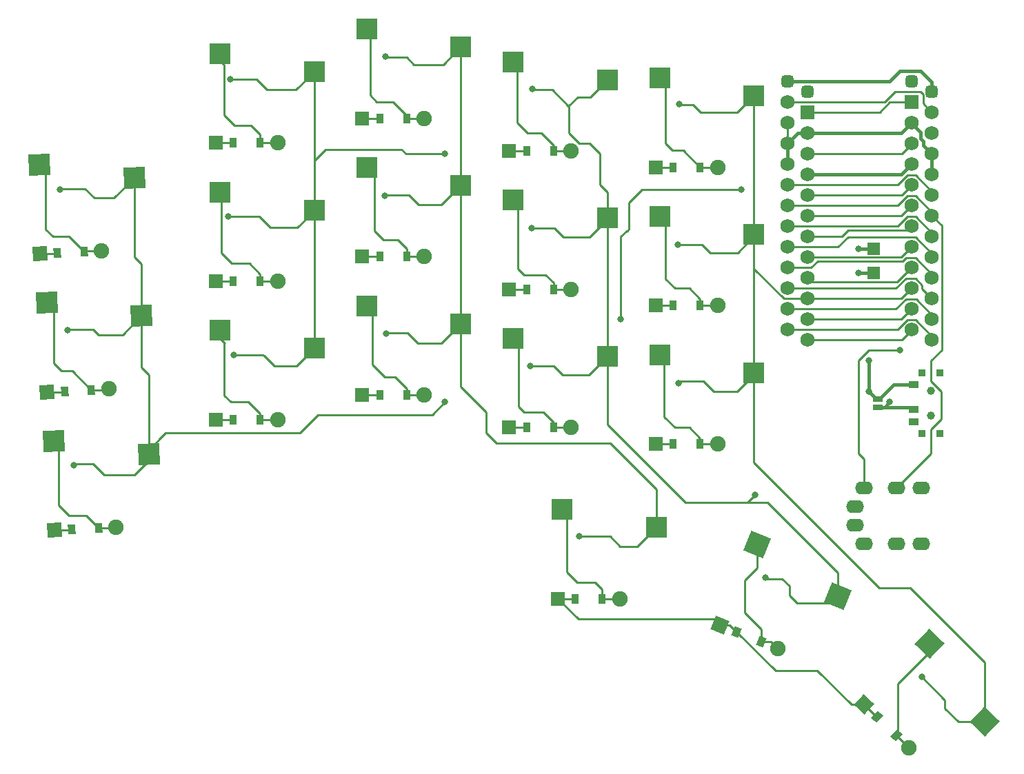
<source format=gbr>
%TF.GenerationSoftware,KiCad,Pcbnew,(6.0.4-0)*%
%TF.CreationDate,2022-05-03T20:10:54+08:00*%
%TF.ProjectId,board,626f6172-642e-46b6-9963-61645f706362,v1.0.0*%
%TF.SameCoordinates,Original*%
%TF.FileFunction,Copper,L2,Bot*%
%TF.FilePolarity,Positive*%
%FSLAX46Y46*%
G04 Gerber Fmt 4.6, Leading zero omitted, Abs format (unit mm)*
G04 Created by KiCad (PCBNEW (6.0.4-0)) date 2022-05-03 20:10:54*
%MOMM*%
%LPD*%
G01*
G04 APERTURE LIST*
G04 Aperture macros list*
%AMRoundRect*
0 Rectangle with rounded corners*
0 $1 Rounding radius*
0 $2 $3 $4 $5 $6 $7 $8 $9 X,Y pos of 4 corners*
0 Add a 4 corners polygon primitive as box body*
4,1,4,$2,$3,$4,$5,$6,$7,$8,$9,$2,$3,0*
0 Add four circle primitives for the rounded corners*
1,1,$1+$1,$2,$3*
1,1,$1+$1,$4,$5*
1,1,$1+$1,$6,$7*
1,1,$1+$1,$8,$9*
0 Add four rect primitives between the rounded corners*
20,1,$1+$1,$2,$3,$4,$5,0*
20,1,$1+$1,$4,$5,$6,$7,0*
20,1,$1+$1,$6,$7,$8,$9,0*
20,1,$1+$1,$8,$9,$2,$3,0*%
%AMRotRect*
0 Rectangle, with rotation*
0 The origin of the aperture is its center*
0 $1 length*
0 $2 width*
0 $3 Rotation angle, in degrees counterclockwise*
0 Add horizontal line*
21,1,$1,$2,0,0,$3*%
G04 Aperture macros list end*
%TA.AperFunction,WasherPad*%
%ADD10C,1.000000*%
%TD*%
%TA.AperFunction,ComponentPad*%
%ADD11C,1.905000*%
%TD*%
%TA.AperFunction,SMDPad,CuDef*%
%ADD12R,0.900000X1.200000*%
%TD*%
%TA.AperFunction,ComponentPad*%
%ADD13R,1.778000X1.778000*%
%TD*%
%TA.AperFunction,SMDPad,CuDef*%
%ADD14RotRect,0.900000X1.200000X338.000000*%
%TD*%
%TA.AperFunction,ComponentPad*%
%ADD15RotRect,1.778000X1.778000X338.000000*%
%TD*%
%TA.AperFunction,SMDPad,CuDef*%
%ADD16RotRect,2.600000X2.600000X3.000000*%
%TD*%
%TA.AperFunction,SMDPad,CuDef*%
%ADD17R,1.500000X1.500000*%
%TD*%
%TA.AperFunction,SMDPad,CuDef*%
%ADD18R,2.600000X2.600000*%
%TD*%
%TA.AperFunction,SMDPad,CuDef*%
%ADD19RotRect,0.900000X1.200000X316.000000*%
%TD*%
%TA.AperFunction,ComponentPad*%
%ADD20RotRect,1.778000X1.778000X316.000000*%
%TD*%
%TA.AperFunction,ComponentPad*%
%ADD21R,1.752600X1.752600*%
%TD*%
%TA.AperFunction,ComponentPad*%
%ADD22C,1.752600*%
%TD*%
%TA.AperFunction,ComponentPad*%
%ADD23RoundRect,0.375000X-0.375000X-0.375000X0.375000X-0.375000X0.375000X0.375000X-0.375000X0.375000X0*%
%TD*%
%TA.AperFunction,SMDPad,CuDef*%
%ADD24RotRect,0.900000X1.200000X3.000000*%
%TD*%
%TA.AperFunction,ComponentPad*%
%ADD25RotRect,1.778000X1.778000X3.000000*%
%TD*%
%TA.AperFunction,ComponentPad*%
%ADD26O,2.200000X1.600000*%
%TD*%
%TA.AperFunction,SMDPad,CuDef*%
%ADD27R,0.900000X0.900000*%
%TD*%
%TA.AperFunction,SMDPad,CuDef*%
%ADD28R,1.250000X0.900000*%
%TD*%
%TA.AperFunction,SMDPad,CuDef*%
%ADD29RotRect,2.600000X2.600000X338.000000*%
%TD*%
%TA.AperFunction,SMDPad,CuDef*%
%ADD30R,1.143000X0.635000*%
%TD*%
%TA.AperFunction,SMDPad,CuDef*%
%ADD31RotRect,2.600000X2.600000X316.000000*%
%TD*%
%TA.AperFunction,ViaPad*%
%ADD32C,0.800000*%
%TD*%
%TA.AperFunction,Conductor*%
%ADD33C,0.250000*%
%TD*%
%TA.AperFunction,Conductor*%
%ADD34C,0.400000*%
%TD*%
G04 APERTURE END LIST*
D10*
%TO.P,T1,*%
%TO.N,*%
X143470000Y-71030000D03*
X143470000Y-74030000D03*
%TD*%
D11*
%TO.P,D14,1*%
%TO.N,inner_home*%
X117280000Y-60530000D03*
D12*
%TO.N,P5*%
X111820000Y-60530000D03*
D13*
%TO.P,D14,2*%
X109660000Y-60530000D03*
D12*
%TO.N,inner_home*%
X115120000Y-60530000D03*
%TD*%
D11*
%TO.P,D17,1*%
%TO.N,home_thumb*%
X124645407Y-102650143D03*
D14*
%TO.N,P7*%
X119582984Y-100604791D03*
D15*
%TO.P,D17,2*%
X117580267Y-99795641D03*
D14*
%TO.N,home_thumb*%
X122642690Y-101840993D03*
%TD*%
D12*
%TO.P,D15,1*%
%TO.N,P4*%
X111820000Y-43530000D03*
D11*
%TO.N,inner_top*%
X117280000Y-43530000D03*
D12*
%TO.P,D15,2*%
X115120000Y-43530000D03*
D13*
%TO.N,P4*%
X109660000Y-43530000D03*
%TD*%
D16*
%TO.P,S1,1*%
%TO.N,pinky_bottom*%
X35788089Y-77175998D03*
%TO.P,S1,2*%
%TO.N,P20*%
X47437400Y-78768502D03*
%TD*%
D17*
%TO.P,PAD1,1*%
%TO.N,Braw*%
X136470000Y-56530000D03*
%TD*%
D18*
%TO.P,S11,1*%
%TO.N,index_home*%
X92195000Y-47580000D03*
%TO.P,S11,2*%
%TO.N,P15*%
X103745000Y-49780000D03*
%TD*%
D11*
%TO.P,D18,1*%
%TO.N,far_thumb*%
X140775704Y-114858933D03*
D19*
%TO.N,P7*%
X136848108Y-111066099D03*
%TO.P,D18,2*%
%TO.N,far_thumb*%
X139221930Y-113358471D03*
D20*
%TO.N,P7*%
X135294334Y-109565637D03*
%TD*%
D18*
%TO.P,S7,1*%
%TO.N,middle_bottom*%
X74195000Y-60580000D03*
%TO.P,S7,2*%
%TO.N,P18*%
X85745000Y-62780000D03*
%TD*%
%TO.P,S13,1*%
%TO.N,inner_bottom*%
X110195000Y-66580000D03*
%TO.P,S13,2*%
%TO.N,P14*%
X121745000Y-68780000D03*
%TD*%
D21*
%TO.P,MCU2,1*%
%TO.N,RAW*%
X128350000Y-36810000D03*
D22*
%TO.P,MCU2,2*%
%TO.N,GND*%
X128350000Y-39350000D03*
%TO.P,MCU2,3*%
%TO.N,RST*%
X128350000Y-41890000D03*
%TO.P,MCU2,4*%
%TO.N,VCC*%
X128350000Y-44430000D03*
%TO.P,MCU2,5*%
%TO.N,P21*%
X128350000Y-46970000D03*
%TO.P,MCU2,6*%
%TO.N,P20*%
X128350000Y-49510000D03*
%TO.P,MCU2,7*%
%TO.N,P19*%
X128350000Y-52050000D03*
%TO.P,MCU2,8*%
%TO.N,P18*%
X128350000Y-54590000D03*
%TO.P,MCU2,9*%
%TO.N,P15*%
X128350000Y-57130000D03*
%TO.P,MCU2,10*%
%TO.N,P14*%
X128350000Y-59670000D03*
%TO.P,MCU2,11*%
%TO.N,P16*%
X128350000Y-62210000D03*
%TO.P,MCU2,12*%
%TO.N,P10*%
X128350000Y-64750000D03*
%TO.P,MCU2,13*%
%TO.N,P1*%
X143590000Y-36810000D03*
%TO.P,MCU2,14*%
%TO.N,VCC*%
X143590000Y-39350000D03*
%TO.P,MCU2,15*%
%TO.N,GND*%
X143590000Y-41890000D03*
%TO.P,MCU2,16*%
X143590000Y-44430000D03*
%TO.P,MCU2,17*%
%TO.N,P2*%
X143590000Y-46970000D03*
%TO.P,MCU2,18*%
%TO.N,P3*%
X143590000Y-49510000D03*
%TO.P,MCU2,19*%
%TO.N,P4*%
X143590000Y-52050000D03*
%TO.P,MCU2,20*%
%TO.N,P5*%
X143590000Y-54590000D03*
%TO.P,MCU2,21*%
%TO.N,P6*%
X143590000Y-57130000D03*
%TO.P,MCU2,22*%
%TO.N,P7*%
X143590000Y-59670000D03*
%TO.P,MCU2,23*%
%TO.N,P8*%
X143590000Y-62210000D03*
%TO.P,MCU2,24*%
%TO.N,P9*%
X143590000Y-64750000D03*
D23*
%TO.P,MCU2,25*%
%TO.N,Bminus*%
X143590000Y-34270000D03*
%TO.N,Bplus*%
X128350000Y-34270000D03*
%TD*%
D24*
%TO.P,D1,1*%
%TO.N,P6*%
X37980615Y-88025945D03*
D11*
%TO.N,pinky_bottom*%
X43433133Y-87740191D03*
D25*
%TO.P,D1,2*%
%TO.N,P6*%
X35823575Y-88138991D03*
D24*
%TO.N,pinky_bottom*%
X41276093Y-87853237D03*
%TD*%
D18*
%TO.P,S8,1*%
%TO.N,middle_home*%
X74195000Y-43580000D03*
%TO.P,S8,2*%
%TO.N,P18*%
X85745000Y-45780000D03*
%TD*%
%TO.P,S10,1*%
%TO.N,index_bottom*%
X92195000Y-64580000D03*
%TO.P,S10,2*%
%TO.N,P15*%
X103745000Y-66780000D03*
%TD*%
D11*
%TO.P,D16,1*%
%TO.N,near_thumb*%
X105280000Y-96530000D03*
D12*
%TO.N,P7*%
X99820000Y-96530000D03*
D13*
%TO.P,D16,2*%
X97660000Y-96530000D03*
D12*
%TO.N,near_thumb*%
X103120000Y-96530000D03*
%TD*%
D18*
%TO.P,S6,1*%
%TO.N,ring_top*%
X56195000Y-29580000D03*
%TO.P,S6,2*%
%TO.N,P19*%
X67745000Y-31780000D03*
%TD*%
D24*
%TO.P,D3,1*%
%TO.N,P4*%
X36201192Y-54072540D03*
D11*
%TO.N,pinky_top*%
X41653710Y-53786786D03*
D25*
%TO.P,D3,2*%
%TO.N,P4*%
X34044152Y-54185586D03*
D24*
%TO.N,pinky_top*%
X39496670Y-53899832D03*
%TD*%
D18*
%TO.P,S9,1*%
%TO.N,middle_top*%
X74195000Y-26580000D03*
%TO.P,S9,2*%
%TO.N,P18*%
X85745000Y-28780000D03*
%TD*%
%TO.P,S15,1*%
%TO.N,inner_top*%
X110195000Y-32580000D03*
%TO.P,S15,2*%
%TO.N,P14*%
X121745000Y-34780000D03*
%TD*%
D12*
%TO.P,D6,1*%
%TO.N,P4*%
X57820000Y-40530000D03*
D11*
%TO.N,ring_top*%
X63280000Y-40530000D03*
D12*
%TO.P,D6,2*%
X61120000Y-40530000D03*
D13*
%TO.N,P4*%
X55660000Y-40530000D03*
%TD*%
D18*
%TO.P,S5,1*%
%TO.N,ring_home*%
X56195000Y-46580000D03*
%TO.P,S5,2*%
%TO.N,P19*%
X67745000Y-48780000D03*
%TD*%
D11*
%TO.P,D9,1*%
%TO.N,middle_top*%
X81280000Y-37530000D03*
D12*
%TO.N,P4*%
X75820000Y-37530000D03*
%TO.P,D9,2*%
%TO.N,middle_top*%
X79120000Y-37530000D03*
D13*
%TO.N,P4*%
X73660000Y-37530000D03*
%TD*%
D24*
%TO.P,D2,1*%
%TO.N,P5*%
X37090904Y-71049243D03*
D11*
%TO.N,pinky_home*%
X42543422Y-70763489D03*
D24*
%TO.P,D2,2*%
X40386382Y-70876535D03*
D25*
%TO.N,P5*%
X34933864Y-71162289D03*
%TD*%
D23*
%TO.P,MCU1,25*%
%TO.N,Bplus*%
X141090000Y-33020000D03*
%TO.N,Bminus*%
X125850000Y-33020000D03*
D22*
%TO.P,MCU1,24*%
%TO.N,P9*%
X125850000Y-63500000D03*
%TO.P,MCU1,23*%
%TO.N,P8*%
X125850000Y-60960000D03*
%TO.P,MCU1,22*%
%TO.N,P7*%
X125850000Y-58420000D03*
%TO.P,MCU1,21*%
%TO.N,P6*%
X125850000Y-55880000D03*
%TO.P,MCU1,20*%
%TO.N,P5*%
X125850000Y-53340000D03*
%TO.P,MCU1,19*%
%TO.N,P4*%
X125850000Y-50800000D03*
%TO.P,MCU1,18*%
%TO.N,P3*%
X125850000Y-48260000D03*
%TO.P,MCU1,17*%
%TO.N,P2*%
X125850000Y-45720000D03*
%TO.P,MCU1,16*%
%TO.N,GND*%
X125850000Y-43180000D03*
%TO.P,MCU1,15*%
X125850000Y-40640000D03*
%TO.P,MCU1,14*%
X125850000Y-38100000D03*
%TO.P,MCU1,13*%
%TO.N,P1*%
X125850000Y-35560000D03*
%TO.P,MCU1,12*%
%TO.N,P10*%
X141090000Y-63500000D03*
%TO.P,MCU1,11*%
%TO.N,P16*%
X141090000Y-60960000D03*
%TO.P,MCU1,10*%
%TO.N,P14*%
X141090000Y-58420000D03*
%TO.P,MCU1,9*%
%TO.N,P15*%
X141090000Y-55880000D03*
%TO.P,MCU1,8*%
%TO.N,P18*%
X141090000Y-53340000D03*
%TO.P,MCU1,7*%
%TO.N,P19*%
X141090000Y-50800000D03*
%TO.P,MCU1,6*%
%TO.N,P20*%
X141090000Y-48260000D03*
%TO.P,MCU1,5*%
%TO.N,P21*%
X141090000Y-45720000D03*
%TO.P,MCU1,4*%
%TO.N,VCC*%
X141090000Y-43180000D03*
%TO.P,MCU1,3*%
%TO.N,RST*%
X141090000Y-40640000D03*
%TO.P,MCU1,2*%
%TO.N,GND*%
X141090000Y-38100000D03*
D21*
%TO.P,MCU1,1*%
%TO.N,RAW*%
X141090000Y-35560000D03*
%TD*%
D16*
%TO.P,S2,1*%
%TO.N,pinky_home*%
X34895052Y-60199296D03*
%TO.P,S2,2*%
%TO.N,P20*%
X46544363Y-61791800D03*
%TD*%
D26*
%TO.P,TRRS1,1*%
%TO.N,VCC*%
X134170000Y-87530000D03*
X134170000Y-85230000D03*
%TO.P,TRRS1,2*%
%TO.N,P2*%
X135270000Y-82930000D03*
X135270000Y-89830000D03*
%TO.P,TRRS1,3*%
%TO.N,P3*%
X139270000Y-89830000D03*
X139270000Y-82930000D03*
%TO.P,TRRS1,4*%
%TO.N,GND*%
X142270000Y-89830000D03*
X142270000Y-82930000D03*
%TD*%
D27*
%TO.P,T2,*%
%TO.N,*%
X144570000Y-76230000D03*
X144570000Y-68830000D03*
D10*
X143470000Y-74030000D03*
X143470000Y-71030000D03*
D27*
X142370000Y-68830000D03*
X142370000Y-76230000D03*
D28*
%TO.P,T2,1*%
%TO.N,Braw*%
X141395000Y-70280000D03*
%TO.P,T2,2*%
%TO.N,Bplus*%
X141395000Y-73280000D03*
%TO.P,T2,3*%
%TO.N,N/C*%
X141395000Y-74780000D03*
%TD*%
D18*
%TO.P,S16,1*%
%TO.N,near_thumb*%
X98195000Y-85580000D03*
%TO.P,S16,2*%
%TO.N,P18*%
X109745000Y-87780000D03*
%TD*%
D16*
%TO.P,S3,1*%
%TO.N,pinky_top*%
X34005341Y-43222594D03*
%TO.P,S3,2*%
%TO.N,P20*%
X45654652Y-44815098D03*
%TD*%
D29*
%TO.P,S17,1*%
%TO.N,home_thumb*%
X122178252Y-89843392D03*
%TO.P,S17,2*%
%TO.N,P15*%
X132063091Y-96209903D03*
%TD*%
D12*
%TO.P,D12,1*%
%TO.N,P4*%
X93820000Y-41530000D03*
D11*
%TO.N,index_top*%
X99280000Y-41530000D03*
D13*
%TO.P,D12,2*%
%TO.N,P4*%
X91660000Y-41530000D03*
D12*
%TO.N,index_top*%
X97120000Y-41530000D03*
%TD*%
%TO.P,D8,1*%
%TO.N,P5*%
X75820000Y-54530000D03*
D11*
%TO.N,middle_home*%
X81280000Y-54530000D03*
D13*
%TO.P,D8,2*%
%TO.N,P5*%
X73660000Y-54530000D03*
D12*
%TO.N,middle_home*%
X79120000Y-54530000D03*
%TD*%
D11*
%TO.P,D13,1*%
%TO.N,inner_bottom*%
X117280000Y-77530000D03*
D12*
%TO.N,P6*%
X111820000Y-77530000D03*
D13*
%TO.P,D13,2*%
X109660000Y-77530000D03*
D12*
%TO.N,inner_bottom*%
X115120000Y-77530000D03*
%TD*%
D18*
%TO.P,S4,1*%
%TO.N,ring_bottom*%
X56195000Y-63580000D03*
%TO.P,S4,2*%
%TO.N,P19*%
X67745000Y-65780000D03*
%TD*%
D12*
%TO.P,D10,1*%
%TO.N,P6*%
X93820000Y-75530000D03*
D11*
%TO.N,index_bottom*%
X99280000Y-75530000D03*
D12*
%TO.P,D10,2*%
X97120000Y-75530000D03*
D13*
%TO.N,P6*%
X91660000Y-75530000D03*
%TD*%
D12*
%TO.P,D5,1*%
%TO.N,P5*%
X57820000Y-57530000D03*
D11*
%TO.N,ring_home*%
X63280000Y-57530000D03*
D13*
%TO.P,D5,2*%
%TO.N,P5*%
X55660000Y-57530000D03*
D12*
%TO.N,ring_home*%
X61120000Y-57530000D03*
%TD*%
%TO.P,D7,1*%
%TO.N,P6*%
X75820000Y-71530000D03*
D11*
%TO.N,middle_bottom*%
X81280000Y-71530000D03*
D13*
%TO.P,D7,2*%
%TO.N,P6*%
X73660000Y-71530000D03*
D12*
%TO.N,middle_bottom*%
X79120000Y-71530000D03*
%TD*%
D18*
%TO.P,S14,1*%
%TO.N,inner_home*%
X110195000Y-49580000D03*
%TO.P,S14,2*%
%TO.N,P14*%
X121745000Y-51780000D03*
%TD*%
D11*
%TO.P,D11,1*%
%TO.N,index_home*%
X99280000Y-58530000D03*
D12*
%TO.N,P5*%
X93820000Y-58530000D03*
D13*
%TO.P,D11,2*%
X91660000Y-58530000D03*
D12*
%TO.N,index_home*%
X97120000Y-58530000D03*
%TD*%
D30*
%TO.P,J1,1*%
%TO.N,Braw*%
X136970000Y-72029620D03*
%TO.P,J1,2*%
%TO.N,Bplus*%
X136970000Y-73030380D03*
%TD*%
D31*
%TO.P,S18,1*%
%TO.N,far_thumb*%
X143285690Y-102060508D03*
%TO.P,S18,2*%
%TO.N,P14*%
X150065817Y-111666360D03*
%TD*%
D17*
%TO.P,PAD2,1*%
%TO.N,Bminus*%
X136470000Y-53530000D03*
%TD*%
D18*
%TO.P,S12,1*%
%TO.N,index_top*%
X92195000Y-30580000D03*
%TO.P,S12,2*%
%TO.N,P15*%
X103745000Y-32780000D03*
%TD*%
D11*
%TO.P,D4,1*%
%TO.N,ring_bottom*%
X63280000Y-74530000D03*
D12*
%TO.N,P6*%
X57820000Y-74530000D03*
%TO.P,D4,2*%
%TO.N,ring_bottom*%
X61120000Y-74530000D03*
D13*
%TO.N,P6*%
X55660000Y-74530000D03*
%TD*%
D32*
%TO.N,P20*%
X38220967Y-80147570D03*
X37439704Y-63514213D03*
X120185273Y-46265500D03*
X105410000Y-62230000D03*
X36573179Y-46311134D03*
X83820000Y-72390000D03*
%TO.N,P19*%
X57490079Y-32706238D03*
X57198805Y-49570969D03*
X83820000Y-41910000D03*
X57862180Y-66609162D03*
%TO.N,P18*%
X76539361Y-29968268D03*
X76433349Y-47050229D03*
X76591480Y-63943568D03*
X100330000Y-88900000D03*
%TO.N,P15*%
X94255877Y-67943595D03*
X123190000Y-93980000D03*
X94471973Y-51016095D03*
X94510931Y-33958714D03*
X121920000Y-83820000D03*
%TO.N,P14*%
X142353733Y-106165158D03*
X112547071Y-35810884D03*
X112424247Y-53037123D03*
X112453913Y-70049619D03*
%TO.N,P2*%
X139700000Y-66040000D03*
%TO.N,Bplus*%
X138430000Y-72390000D03*
%TO.N,Bminus*%
X134620000Y-53532601D03*
%TO.N,Braw*%
X135890000Y-67310000D03*
X134593053Y-56526721D03*
X135890000Y-71120000D03*
%TD*%
D33*
%TO.N,GND*%
X125850000Y-38100000D02*
X125850000Y-40640000D01*
D34*
X142240000Y-39985730D02*
X142240000Y-39250000D01*
X142240000Y-39250000D02*
X141090000Y-38100000D01*
X142582201Y-40327931D02*
X142240000Y-39985730D01*
X142582201Y-40882201D02*
X142582201Y-40327931D01*
X143590000Y-41890000D02*
X142582201Y-40882201D01*
%TO.N,Bminus*%
X134622601Y-53530000D02*
X136470000Y-53530000D01*
X134620000Y-53532601D02*
X134622601Y-53530000D01*
D33*
%TO.N,pinky_bottom*%
X43320087Y-87853237D02*
X43433133Y-87740191D01*
X37611203Y-86360000D02*
X39782856Y-86360000D01*
X41276093Y-87853237D02*
X43320087Y-87853237D01*
X36341203Y-77732438D02*
X36341203Y-85090000D01*
X39782856Y-86360000D02*
X41276093Y-87853237D01*
X36341203Y-85090000D02*
X37611203Y-86360000D01*
X35784763Y-77175998D02*
X36341203Y-77732438D01*
%TO.N,P20*%
X40757909Y-47329841D02*
X43139909Y-47329841D01*
X37439704Y-63514213D02*
X37453917Y-63500000D01*
X40640000Y-63500000D02*
X41269321Y-64129321D01*
X45711602Y-81288398D02*
X47434074Y-79565926D01*
X45654652Y-44815098D02*
X45654652Y-54544652D01*
X47437400Y-78269559D02*
X48929748Y-76777211D01*
X41918398Y-81288398D02*
X45711602Y-81288398D01*
X106418398Y-51119050D02*
X106418398Y-47846596D01*
X68177272Y-73992040D02*
X82217960Y-73992040D01*
X48929748Y-76777211D02*
X49506959Y-76200000D01*
X47434074Y-69024074D02*
X46544363Y-68134363D01*
X105410000Y-52070000D02*
X106135264Y-51344736D01*
X36700483Y-46183830D02*
X39611898Y-46183830D01*
X46544363Y-55434363D02*
X46544363Y-61791800D01*
X105410000Y-62230000D02*
X105410000Y-52070000D01*
X36573179Y-46311134D02*
X36700483Y-46183830D01*
X82217960Y-73992040D02*
X83820000Y-72390000D01*
X118605468Y-46266790D02*
X120183983Y-46266790D01*
X47434074Y-79565926D02*
X47434074Y-69024074D01*
X106135264Y-51344736D02*
X106192712Y-51344736D01*
X47437400Y-78768502D02*
X47437400Y-78269559D01*
X106192712Y-51344736D02*
X106418398Y-51119050D01*
X44206842Y-64129321D02*
X46544363Y-61791800D01*
X37453917Y-63500000D02*
X40640000Y-63500000D01*
X139840000Y-49510000D02*
X141090000Y-48260000D01*
X65969312Y-76200000D02*
X68177272Y-73992040D01*
X106418398Y-47846596D02*
X107998204Y-46266790D01*
X128350000Y-49510000D02*
X139840000Y-49510000D01*
X40640000Y-80010000D02*
X41918398Y-81288398D01*
X43139909Y-47329841D02*
X45654652Y-44815098D01*
X107998204Y-46266790D02*
X118605468Y-46266790D01*
X64770000Y-76200000D02*
X65969312Y-76200000D01*
X49506959Y-76200000D02*
X64770000Y-76200000D01*
X39611898Y-46183830D02*
X40757909Y-47329841D01*
X45654652Y-54544652D02*
X46544363Y-55434363D01*
X38220967Y-80147570D02*
X38358537Y-80010000D01*
X120183983Y-46266790D02*
X120185273Y-46265500D01*
X41269321Y-64129321D02*
X44206842Y-64129321D01*
X38358537Y-80010000D02*
X40640000Y-80010000D01*
X46544363Y-68134363D02*
X46544363Y-61791800D01*
%TO.N,P6*%
X73660000Y-71530000D02*
X75820000Y-71530000D01*
X109660000Y-77530000D02*
X111820000Y-77530000D01*
X143590000Y-56681796D02*
X141570947Y-54662743D01*
X129550811Y-55087393D02*
X128758204Y-55880000D01*
X141570947Y-54662743D02*
X140402974Y-54662743D01*
X143590000Y-57130000D02*
X143590000Y-56681796D01*
X140402974Y-54662743D02*
X139978324Y-55087393D01*
X37867569Y-88138991D02*
X37980615Y-88025945D01*
X35823575Y-88138991D02*
X37867569Y-88138991D01*
X55660000Y-74530000D02*
X57820000Y-74530000D01*
X139978324Y-55087393D02*
X129550811Y-55087393D01*
X91660000Y-75530000D02*
X93820000Y-75530000D01*
X128758204Y-55880000D02*
X125850000Y-55880000D01*
%TO.N,pinky_home*%
X35801040Y-67635394D02*
X36700609Y-68534963D01*
X42430376Y-70876535D02*
X42543422Y-70763489D01*
X38044810Y-68534963D02*
X40386382Y-70876535D01*
X34895052Y-60199296D02*
X35801040Y-61105284D01*
X35801040Y-61105284D02*
X35801040Y-67635394D01*
X36700609Y-68534963D02*
X38044810Y-68534963D01*
X40386382Y-70876535D02*
X42430376Y-70876535D01*
%TO.N,P5*%
X73660000Y-54530000D02*
X75820000Y-54530000D01*
X109660000Y-60530000D02*
X111820000Y-60530000D01*
X132080000Y-53340000D02*
X125850000Y-53340000D01*
X34933864Y-71162289D02*
X36977858Y-71162289D01*
X141587393Y-52139189D02*
X133280811Y-52139189D01*
X133280811Y-52139189D02*
X132080000Y-53340000D01*
X143590000Y-54590000D02*
X143590000Y-54141796D01*
X91660000Y-58530000D02*
X93820000Y-58530000D01*
X36977858Y-71162289D02*
X37090904Y-71049243D01*
X55660000Y-57530000D02*
X57820000Y-57530000D01*
X143590000Y-54141796D02*
X141587393Y-52139189D01*
%TO.N,pinky_top*%
X34789156Y-51204454D02*
X34789156Y-44006409D01*
X35654702Y-52070000D02*
X34789156Y-51204454D01*
X39496670Y-53899832D02*
X37666838Y-52070000D01*
X39609716Y-53786786D02*
X39496670Y-53899832D01*
X41653710Y-53786786D02*
X39609716Y-53786786D01*
X34789156Y-44006409D02*
X34005341Y-43222594D01*
X37666838Y-52070000D02*
X35654702Y-52070000D01*
%TO.N,P4*%
X91660000Y-41530000D02*
X93820000Y-41530000D01*
X55660000Y-40530000D02*
X57820000Y-40530000D01*
X139391796Y-50800000D02*
X125850000Y-50800000D01*
X109660000Y-43530000D02*
X111820000Y-43530000D01*
X34044152Y-54185586D02*
X36088146Y-54185586D01*
X140592607Y-49599189D02*
X139391796Y-50800000D01*
X143590000Y-51601796D02*
X141587393Y-49599189D01*
X36088146Y-54185586D02*
X36201192Y-54072540D01*
X73660000Y-37530000D02*
X75820000Y-37530000D01*
X141587393Y-49599189D02*
X140592607Y-49599189D01*
X143590000Y-52050000D02*
X143590000Y-51601796D01*
%TO.N,ring_bottom*%
X61120000Y-74530000D02*
X63280000Y-74530000D01*
X56728517Y-65180551D02*
X56728517Y-71554678D01*
X56195000Y-63580000D02*
X56195000Y-64590874D01*
X59690000Y-72390000D02*
X61120000Y-73820000D01*
X61120000Y-73820000D02*
X61120000Y-74530000D01*
X56756597Y-65152471D02*
X56728517Y-65180551D01*
X57563839Y-72390000D02*
X59690000Y-72390000D01*
X56195000Y-64590874D02*
X56756597Y-65152471D01*
X56728517Y-71554678D02*
X57563839Y-72390000D01*
%TO.N,P19*%
X61951024Y-34011024D02*
X65513976Y-34011024D01*
X57876592Y-66623574D02*
X61505904Y-66623574D01*
X57525639Y-32741798D02*
X60681798Y-32741798D01*
X65513976Y-34011024D02*
X67745000Y-31780000D01*
X78422038Y-41329581D02*
X69160419Y-41329581D01*
X57490079Y-32706238D02*
X57525639Y-32741798D01*
X62382329Y-50952329D02*
X65661538Y-50952329D01*
X65661538Y-50952329D02*
X67745000Y-48868867D01*
X62857737Y-67925339D02*
X65599661Y-67925339D01*
X128350000Y-52050000D02*
X132549520Y-52050000D01*
X60681798Y-32741798D02*
X61951024Y-34011024D01*
X67745000Y-48780000D02*
X67745000Y-65780000D01*
X67745000Y-48868867D02*
X67745000Y-48780000D01*
X133350000Y-51249520D02*
X140640480Y-51249520D01*
X140640480Y-51249520D02*
X141090000Y-50800000D01*
X61606040Y-66673642D02*
X62857737Y-67925339D01*
X79002457Y-41910000D02*
X78422038Y-41329581D01*
X61505904Y-66623574D02*
X61555972Y-66673642D01*
X61000969Y-49570969D02*
X62382329Y-50952329D01*
X69160419Y-41329581D02*
X67745000Y-42745000D01*
X132549520Y-52050000D02*
X133350000Y-51249520D01*
X57198805Y-49570969D02*
X61000969Y-49570969D01*
X67745000Y-48780000D02*
X67745000Y-42745000D01*
X83820000Y-41910000D02*
X79002457Y-41910000D01*
X67745000Y-42745000D02*
X67745000Y-31780000D01*
X65599661Y-67925339D02*
X67745000Y-65780000D01*
X57862180Y-66609162D02*
X57876592Y-66623574D01*
X61555972Y-66673642D02*
X61606040Y-66673642D01*
%TO.N,ring_home*%
X56195000Y-46580000D02*
X56344521Y-46729521D01*
X61120000Y-57530000D02*
X63280000Y-57530000D01*
X56344521Y-46729521D02*
X56344521Y-54090898D01*
X57591633Y-55338010D02*
X59788606Y-55338010D01*
X61120000Y-56669404D02*
X61120000Y-57530000D01*
X56344521Y-54090898D02*
X57591633Y-55338010D01*
X59788606Y-55338010D02*
X61120000Y-56669404D01*
%TO.N,ring_top*%
X56195000Y-29580000D02*
X56195000Y-30463387D01*
X56653118Y-37098845D02*
X57949508Y-38395235D01*
X59985235Y-38395235D02*
X61120000Y-39530000D01*
X57949508Y-38395235D02*
X59985235Y-38395235D01*
X56195000Y-30463387D02*
X56653118Y-30921505D01*
X56653118Y-30921505D02*
X56653118Y-37098845D01*
X61120000Y-40530000D02*
X63280000Y-40530000D01*
X61120000Y-39530000D02*
X61120000Y-40530000D01*
%TO.N,middle_bottom*%
X77652815Y-69297595D02*
X79120000Y-70764780D01*
X74195000Y-60580000D02*
X74853826Y-61238826D01*
X74853826Y-61238826D02*
X74853826Y-67745981D01*
X79120000Y-71530000D02*
X81280000Y-71530000D01*
X76405440Y-69297595D02*
X77652815Y-69297595D01*
X79120000Y-70764780D02*
X79120000Y-71530000D01*
X74853826Y-67745981D02*
X76405440Y-69297595D01*
%TO.N,P18*%
X83395466Y-65129534D02*
X85745000Y-62780000D01*
X90170000Y-77470000D02*
X104140000Y-77470000D01*
X79096803Y-30046999D02*
X79993697Y-30943893D01*
X88900000Y-76200000D02*
X90170000Y-77470000D01*
X88900000Y-73660000D02*
X88900000Y-76200000D01*
X128364511Y-54604511D02*
X139825489Y-54604511D01*
X83581107Y-30943893D02*
X85745000Y-28780000D01*
X109745000Y-83075000D02*
X109745000Y-87780000D01*
X83371944Y-48153056D02*
X85745000Y-45780000D01*
X76433349Y-47050229D02*
X76493578Y-46990000D01*
X128350000Y-54590000D02*
X128364511Y-54604511D01*
X139825489Y-54604511D02*
X141090000Y-53340000D01*
X104072392Y-88900000D02*
X105276099Y-90103707D01*
X100330000Y-88900000D02*
X104072392Y-88900000D01*
X85745000Y-62780000D02*
X85745000Y-70505000D01*
X76493578Y-46990000D02*
X79380020Y-46990000D01*
X104140000Y-77470000D02*
X109745000Y-83075000D01*
X80543076Y-48153056D02*
X83371944Y-48153056D01*
X85745000Y-28780000D02*
X85745000Y-45780000D01*
X85745000Y-45780000D02*
X85745000Y-62780000D01*
X107421293Y-90103707D02*
X109745000Y-87780000D01*
X85745000Y-70505000D02*
X88900000Y-73660000D01*
X105276099Y-90103707D02*
X107421293Y-90103707D01*
X76652889Y-63882159D02*
X79204429Y-63882159D01*
X79993697Y-30943893D02*
X83581107Y-30943893D01*
X76591480Y-63943568D02*
X76652889Y-63882159D01*
X79204429Y-63882159D02*
X80451804Y-65129534D01*
X76539361Y-29968268D02*
X76618092Y-30046999D01*
X80451804Y-65129534D02*
X83395466Y-65129534D01*
X79380020Y-46990000D02*
X80543076Y-48153056D01*
X76618092Y-30046999D02*
X79096803Y-30046999D01*
%TO.N,middle_home*%
X79120000Y-53575334D02*
X79120000Y-54530000D01*
X75188487Y-44573487D02*
X75188487Y-51361324D01*
X75188487Y-51361324D02*
X76269974Y-52442811D01*
X79120000Y-54530000D02*
X81280000Y-54530000D01*
X76269974Y-52442811D02*
X77987477Y-52442811D01*
X77987477Y-52442811D02*
X79120000Y-53575334D01*
X74195000Y-43580000D02*
X75188487Y-44573487D01*
%TO.N,middle_top*%
X77415052Y-35505052D02*
X79120000Y-37210000D01*
X74646730Y-34712388D02*
X75439394Y-35505052D01*
X75439394Y-35505052D02*
X77415052Y-35505052D01*
X74646730Y-27031730D02*
X74646730Y-34712388D01*
X79120000Y-37530000D02*
X81280000Y-37530000D01*
X74195000Y-26580000D02*
X74646730Y-27031730D01*
X79120000Y-37210000D02*
X79120000Y-37530000D01*
%TO.N,index_bottom*%
X92815239Y-72985829D02*
X93489410Y-73660000D01*
X97120000Y-75530000D02*
X99280000Y-75530000D01*
X92815239Y-65200239D02*
X92815239Y-72985829D01*
X92195000Y-64580000D02*
X92815239Y-65200239D01*
X97120000Y-74877521D02*
X97120000Y-75530000D01*
X93489410Y-73660000D02*
X95902479Y-73660000D01*
X95902479Y-73660000D02*
X97120000Y-74877521D01*
%TO.N,P15*%
X101608038Y-34916962D02*
X100126478Y-34916962D01*
X103745000Y-49780000D02*
X103745000Y-66780000D01*
X121920000Y-83820000D02*
X120988709Y-84751291D01*
X131183709Y-97089285D02*
X132063091Y-96209903D01*
X102870000Y-45720000D02*
X103745000Y-46595000D01*
X97153595Y-67943595D02*
X98270090Y-69060090D01*
X103745000Y-32780000D02*
X101608038Y-34916962D01*
X103745000Y-75169283D02*
X113327008Y-84751291D01*
X99060000Y-36108332D02*
X99060000Y-36706992D01*
X128824511Y-57604511D02*
X139365489Y-57604511D01*
X126111347Y-96178123D02*
X127022509Y-97089285D01*
X113327008Y-84751291D02*
X120311291Y-84751291D01*
X102870000Y-41910000D02*
X102870000Y-45720000D01*
X99060000Y-39370000D02*
X100330000Y-40640000D01*
X103745000Y-49925000D02*
X103745000Y-49780000D01*
X123190000Y-93980000D02*
X123292449Y-94082449D01*
X97281217Y-51016095D02*
X98361696Y-52096574D01*
X127022509Y-97089285D02*
X131183709Y-97089285D01*
X123435475Y-84751291D02*
X132063091Y-93378907D01*
X103745000Y-46595000D02*
X103745000Y-49780000D01*
X98270090Y-69060090D02*
X101464910Y-69060090D01*
X101600000Y-40640000D02*
X102870000Y-41910000D01*
X100126478Y-34916962D02*
X99060000Y-35983440D01*
X128350000Y-57130000D02*
X128824511Y-57604511D01*
X98361696Y-52096574D02*
X101573426Y-52096574D01*
X96965700Y-34014032D02*
X99060000Y-36108332D01*
X94510931Y-33958714D02*
X94566249Y-34014032D01*
X120311291Y-84751291D02*
X123435475Y-84751291D01*
X139365489Y-57604511D02*
X141090000Y-55880000D01*
X99060000Y-35983440D02*
X99060000Y-36706992D01*
X94255877Y-67943595D02*
X97153595Y-67943595D01*
X125200184Y-94082449D02*
X126111347Y-94993612D01*
X132063091Y-93378907D02*
X132063091Y-96209903D01*
X101464910Y-69060090D02*
X103745000Y-66780000D01*
X103745000Y-66780000D02*
X103745000Y-75169283D01*
X94471973Y-51016095D02*
X97281217Y-51016095D01*
X120988709Y-84751291D02*
X120311291Y-84751291D01*
X101573426Y-52096574D02*
X103745000Y-49925000D01*
X94566249Y-34014032D02*
X96965700Y-34014032D01*
X100330000Y-40640000D02*
X101600000Y-40640000D01*
X126111347Y-94993612D02*
X126111347Y-96178123D01*
X123292449Y-94082449D02*
X125200184Y-94082449D01*
X99060000Y-36706992D02*
X99060000Y-39370000D01*
%TO.N,index_home*%
X92779223Y-48164223D02*
X92779223Y-55986297D01*
X92195000Y-47580000D02*
X92779223Y-48164223D01*
X93535558Y-56742632D02*
X96112632Y-56742632D01*
X96112632Y-56742632D02*
X97120000Y-57750000D01*
X97120000Y-57750000D02*
X97120000Y-58530000D01*
X92779223Y-55986297D02*
X93535558Y-56742632D01*
X97120000Y-58530000D02*
X99280000Y-58530000D01*
%TO.N,index_top*%
X95629455Y-39370000D02*
X97120000Y-40860545D01*
X92195000Y-30580000D02*
X92710000Y-31095000D01*
X93980000Y-39370000D02*
X95629455Y-39370000D01*
X97120000Y-40860545D02*
X97120000Y-41530000D01*
X92710000Y-38100000D02*
X93980000Y-39370000D01*
X97120000Y-41530000D02*
X99280000Y-41530000D01*
X92710000Y-31095000D02*
X92710000Y-38100000D01*
%TO.N,inner_bottom*%
X110742686Y-67127686D02*
X110742686Y-74217284D01*
X115120000Y-76800570D02*
X115120000Y-77530000D01*
X110195000Y-66580000D02*
X110742686Y-67127686D01*
X110742686Y-74217284D02*
X112039906Y-75514504D01*
X112039906Y-75514504D02*
X113833934Y-75514504D01*
X113833934Y-75514504D02*
X115120000Y-76800570D01*
X117280000Y-77530000D02*
X115120000Y-77530000D01*
%TO.N,P14*%
X121745000Y-52017662D02*
X119735209Y-54027453D01*
X121745000Y-68780000D02*
X121745000Y-69038661D01*
X115235849Y-36830000D02*
X119695000Y-36830000D01*
X121745000Y-34780000D02*
X121745000Y-51780000D01*
X121745000Y-51780000D02*
X121745000Y-56013204D01*
X114248166Y-35842317D02*
X115235849Y-36830000D01*
X112547071Y-35810884D02*
X112578504Y-35842317D01*
X121745000Y-68780000D02*
X121745000Y-79835000D01*
X119695000Y-36830000D02*
X121745000Y-34780000D01*
X121745000Y-51780000D02*
X121745000Y-52017662D01*
X116356438Y-54027453D02*
X115366108Y-53037123D01*
X121745000Y-56013204D02*
X125401796Y-59670000D01*
X137160000Y-95250000D02*
X140970000Y-95250000D01*
X115366108Y-53037123D02*
X112424247Y-53037123D01*
X145207211Y-109018636D02*
X145207211Y-110017352D01*
X121745000Y-79835000D02*
X137160000Y-95250000D01*
X116840000Y-71120000D02*
X115570000Y-69850000D01*
X112653532Y-69850000D02*
X112453913Y-70049619D01*
X119735209Y-54027453D02*
X116356438Y-54027453D01*
X128350000Y-59670000D02*
X139840000Y-59670000D01*
X121745000Y-69038661D02*
X119663661Y-71120000D01*
X142353733Y-106165158D02*
X145207211Y-109018636D01*
X146856219Y-111666360D02*
X150065817Y-111666360D01*
X115570000Y-69850000D02*
X112653532Y-69850000D01*
X150065817Y-104345817D02*
X150065817Y-111666360D01*
X145207211Y-110017352D02*
X146856219Y-111666360D01*
X119663661Y-71120000D02*
X116840000Y-71120000D01*
X121745000Y-51780000D02*
X121745000Y-68780000D01*
X112578504Y-35842317D02*
X114248166Y-35842317D01*
X139840000Y-59670000D02*
X141090000Y-58420000D01*
X140970000Y-95250000D02*
X150065817Y-104345817D01*
X125401796Y-59670000D02*
X128350000Y-59670000D01*
%TO.N,inner_home*%
X110195000Y-49580000D02*
X110909625Y-50294625D01*
X113816677Y-58420000D02*
X115120000Y-59723323D01*
X115120000Y-59723323D02*
X115120000Y-60530000D01*
X112039910Y-58420000D02*
X113816677Y-58420000D01*
X110909625Y-57289715D02*
X112039910Y-58420000D01*
X110909625Y-50294625D02*
X110909625Y-57289715D01*
X115120000Y-60530000D02*
X117280000Y-60530000D01*
%TO.N,inner_top*%
X110902059Y-33287059D02*
X110902059Y-40613841D01*
X111753373Y-41465155D02*
X113055155Y-41465155D01*
X110902059Y-40613841D02*
X111753373Y-41465155D01*
X115120000Y-43530000D02*
X117280000Y-43530000D01*
X113055155Y-41465155D02*
X115120000Y-43530000D01*
X110195000Y-32580000D02*
X110902059Y-33287059D01*
%TO.N,near_thumb*%
X98776474Y-86161474D02*
X98776474Y-93292775D01*
X98776474Y-93292775D02*
X100021730Y-94538031D01*
X98195000Y-85580000D02*
X98776474Y-86161474D01*
X103120000Y-96530000D02*
X105280000Y-96530000D01*
X103120000Y-95419140D02*
X103120000Y-96530000D01*
X100021730Y-94538031D02*
X102238891Y-94538031D01*
X102238891Y-94538031D02*
X103120000Y-95419140D01*
%TO.N,P7*%
X129540000Y-105410000D02*
X133695637Y-109565637D01*
X116844626Y-99060000D02*
X117580267Y-99795641D01*
X97660000Y-96530000D02*
X99820000Y-96530000D01*
X142389189Y-58469189D02*
X142389189Y-58020985D01*
X97660000Y-96530000D02*
X100190000Y-99060000D01*
X100190000Y-99060000D02*
X116844626Y-99060000D01*
X139185718Y-58420000D02*
X125850000Y-58420000D01*
X136848108Y-111066099D02*
X136794796Y-111066099D01*
X142389189Y-58020985D02*
X141587393Y-57219189D01*
X117580267Y-99795641D02*
X118773834Y-99795641D01*
X118773834Y-99795641D02*
X119582984Y-100604791D01*
X141587393Y-57219189D02*
X140386529Y-57219189D01*
X124388193Y-105410000D02*
X129540000Y-105410000D01*
X136794796Y-111066099D02*
X135294334Y-109565637D01*
X119582984Y-100604791D02*
X124388193Y-105410000D01*
X133695637Y-109565637D02*
X135294334Y-109565637D01*
X143590000Y-59670000D02*
X142389189Y-58469189D01*
X140386529Y-57219189D02*
X139185718Y-58420000D01*
%TO.N,home_thumb*%
X120650000Y-94289426D02*
X120650000Y-98279424D01*
X120650000Y-98279424D02*
X122642690Y-100272114D01*
X123836257Y-101840993D02*
X124645407Y-102650143D01*
X122642690Y-100272114D02*
X122642690Y-101840993D01*
X122178252Y-92761174D02*
X120650000Y-94289426D01*
X122178252Y-89843392D02*
X122178252Y-92761174D01*
X122642690Y-101840993D02*
X123836257Y-101840993D01*
%TO.N,far_thumb*%
X139419290Y-106960710D02*
X143285690Y-103094310D01*
X139419290Y-113502519D02*
X139419290Y-106960710D01*
X140775704Y-114858933D02*
X139419290Y-113502519D01*
X143285690Y-103094310D02*
X143285690Y-102060508D01*
%TO.N,RAW*%
X137180000Y-36810000D02*
X138430000Y-35560000D01*
X128350000Y-36810000D02*
X137180000Y-36810000D01*
X138430000Y-35560000D02*
X141090000Y-35560000D01*
D34*
%TO.N,GND*%
X143590000Y-41890000D02*
X143590000Y-44430000D01*
X139840000Y-39350000D02*
X128350000Y-39350000D01*
X128350000Y-39350000D02*
X127140000Y-39350000D01*
X141090000Y-38100000D02*
X139840000Y-39350000D01*
X127140000Y-39350000D02*
X125850000Y-40640000D01*
X125850000Y-40640000D02*
X125850000Y-43180000D01*
D33*
%TO.N,RST*%
X141090000Y-40640000D02*
X141090000Y-40693117D01*
X141090000Y-40693117D02*
X139893117Y-41890000D01*
X139893117Y-41890000D02*
X128350000Y-41890000D01*
D34*
%TO.N,VCC*%
X139840000Y-44430000D02*
X141090000Y-43180000D01*
X128350000Y-44430000D02*
X139840000Y-44430000D01*
D33*
%TO.N,P21*%
X128350000Y-46970000D02*
X139893117Y-46970000D01*
X139893117Y-46970000D02*
X141090000Y-45773117D01*
X141090000Y-45773117D02*
X141090000Y-45720000D01*
%TO.N,P16*%
X139840000Y-62210000D02*
X141090000Y-60960000D01*
X128350000Y-62210000D02*
X139840000Y-62210000D01*
%TO.N,P10*%
X139893117Y-64750000D02*
X141090000Y-63553117D01*
X141090000Y-63553117D02*
X141090000Y-63500000D01*
X128350000Y-64750000D02*
X139893117Y-64750000D01*
%TO.N,P1*%
X142515480Y-34565480D02*
X142515480Y-35735480D01*
X139064282Y-34290000D02*
X142240000Y-34290000D01*
X142515480Y-35735480D02*
X143590000Y-36810000D01*
X125850000Y-35560000D02*
X137794282Y-35560000D01*
X142240000Y-34290000D02*
X142515480Y-34565480D01*
X137794282Y-35560000D02*
X139064282Y-34290000D01*
%TO.N,P2*%
X141587393Y-44519189D02*
X140592607Y-44519189D01*
X134620000Y-67310000D02*
X135890000Y-66040000D01*
X138430000Y-66040000D02*
X139700000Y-66040000D01*
X140592607Y-44519189D02*
X139391796Y-45720000D01*
X135270000Y-79390000D02*
X134620000Y-78740000D01*
X139391796Y-45720000D02*
X125850000Y-45720000D01*
X135270000Y-82930000D02*
X135270000Y-79390000D01*
X135890000Y-66040000D02*
X138430000Y-66040000D01*
X143590000Y-46970000D02*
X143590000Y-46521796D01*
X134620000Y-71120000D02*
X134620000Y-67310000D01*
X143590000Y-46521796D02*
X141587393Y-44519189D01*
X134620000Y-78740000D02*
X134620000Y-71120000D01*
%TO.N,P3*%
X144780000Y-71120000D02*
X143510000Y-69850000D01*
X143590000Y-49061796D02*
X141587393Y-47059189D01*
X139391796Y-48260000D02*
X125850000Y-48260000D01*
X144780000Y-74470978D02*
X144780000Y-71120000D01*
X139270000Y-82930000D02*
X143510000Y-78690000D01*
X140592607Y-47059189D02*
X139391796Y-48260000D01*
X144790811Y-66029189D02*
X144790811Y-50710811D01*
X143510000Y-75740978D02*
X144780000Y-74470978D01*
X141587393Y-47059189D02*
X140592607Y-47059189D01*
X144790811Y-50710811D02*
X143590000Y-49510000D01*
X143590000Y-49510000D02*
X143590000Y-49061796D01*
X143510000Y-69850000D02*
X143510000Y-67310000D01*
X143510000Y-67310000D02*
X144790811Y-66029189D01*
X143510000Y-78690000D02*
X143510000Y-75740978D01*
%TO.N,P8*%
X143590000Y-61659769D02*
X141689420Y-59759189D01*
X141689420Y-59759189D02*
X140386529Y-59759189D01*
X143590000Y-62210000D02*
X143590000Y-61659769D01*
X139185718Y-60960000D02*
X125850000Y-60960000D01*
X140386529Y-59759189D02*
X139185718Y-60960000D01*
%TO.N,P9*%
X140592607Y-62299189D02*
X141587393Y-62299189D01*
X125850000Y-63500000D02*
X139391796Y-63500000D01*
X141587393Y-62299189D02*
X143590000Y-64301796D01*
X143590000Y-64301796D02*
X143590000Y-64750000D01*
X139391796Y-63500000D02*
X140592607Y-62299189D01*
D34*
%TO.N,Bplus*%
X136970000Y-73030380D02*
X137789620Y-73030380D01*
X141145380Y-73030380D02*
X141395000Y-73280000D01*
X136970000Y-73030380D02*
X141145380Y-73030380D01*
X137789620Y-73030380D02*
X138430000Y-72390000D01*
%TO.N,Bminus*%
X125850000Y-33020000D02*
X138430000Y-33020000D01*
X143590000Y-33100000D02*
X143590000Y-34270000D01*
X142240000Y-31750000D02*
X143590000Y-33100000D01*
X138430000Y-33020000D02*
X139700000Y-31750000D01*
X139700000Y-31750000D02*
X142240000Y-31750000D01*
%TO.N,Braw*%
X136970000Y-72029620D02*
X136799620Y-72029620D01*
X138860000Y-70280000D02*
X137110380Y-72029620D01*
X134596332Y-56530000D02*
X134593053Y-56526721D01*
X136470000Y-56530000D02*
X134596332Y-56530000D01*
X136799620Y-72029620D02*
X135890000Y-71120000D01*
X135890000Y-71120000D02*
X135890000Y-67310000D01*
X137110380Y-72029620D02*
X136970000Y-72029620D01*
X138860000Y-70280000D02*
X141395000Y-70280000D01*
%TD*%
M02*

</source>
